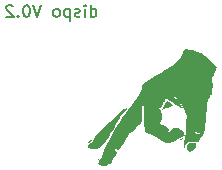
<source format=gbr>
%TF.GenerationSoftware,KiCad,Pcbnew,9.0.6*%
%TF.CreationDate,2026-01-25T18:40:06+01:00*%
%TF.ProjectId,dispo-board,64697370-6f2d-4626-9f61-72642e6b6963,rev?*%
%TF.SameCoordinates,Original*%
%TF.FileFunction,Legend,Bot*%
%TF.FilePolarity,Positive*%
%FSLAX46Y46*%
G04 Gerber Fmt 4.6, Leading zero omitted, Abs format (unit mm)*
G04 Created by KiCad (PCBNEW 9.0.6) date 2026-01-25 18:40:06*
%MOMM*%
%LPD*%
G01*
G04 APERTURE LIST*
%ADD10C,0.160000*%
%ADD11C,0.000000*%
G04 APERTURE END LIST*
D10*
X68228070Y-28869299D02*
X68228070Y-27869299D01*
X68228070Y-28821680D02*
X68323308Y-28869299D01*
X68323308Y-28869299D02*
X68513784Y-28869299D01*
X68513784Y-28869299D02*
X68609022Y-28821680D01*
X68609022Y-28821680D02*
X68656641Y-28774060D01*
X68656641Y-28774060D02*
X68704260Y-28678822D01*
X68704260Y-28678822D02*
X68704260Y-28393108D01*
X68704260Y-28393108D02*
X68656641Y-28297870D01*
X68656641Y-28297870D02*
X68609022Y-28250251D01*
X68609022Y-28250251D02*
X68513784Y-28202632D01*
X68513784Y-28202632D02*
X68323308Y-28202632D01*
X68323308Y-28202632D02*
X68228070Y-28250251D01*
X67751879Y-28869299D02*
X67751879Y-28202632D01*
X67751879Y-27869299D02*
X67799498Y-27916918D01*
X67799498Y-27916918D02*
X67751879Y-27964537D01*
X67751879Y-27964537D02*
X67704260Y-27916918D01*
X67704260Y-27916918D02*
X67751879Y-27869299D01*
X67751879Y-27869299D02*
X67751879Y-27964537D01*
X67323308Y-28821680D02*
X67228070Y-28869299D01*
X67228070Y-28869299D02*
X67037594Y-28869299D01*
X67037594Y-28869299D02*
X66942356Y-28821680D01*
X66942356Y-28821680D02*
X66894737Y-28726441D01*
X66894737Y-28726441D02*
X66894737Y-28678822D01*
X66894737Y-28678822D02*
X66942356Y-28583584D01*
X66942356Y-28583584D02*
X67037594Y-28535965D01*
X67037594Y-28535965D02*
X67180451Y-28535965D01*
X67180451Y-28535965D02*
X67275689Y-28488346D01*
X67275689Y-28488346D02*
X67323308Y-28393108D01*
X67323308Y-28393108D02*
X67323308Y-28345489D01*
X67323308Y-28345489D02*
X67275689Y-28250251D01*
X67275689Y-28250251D02*
X67180451Y-28202632D01*
X67180451Y-28202632D02*
X67037594Y-28202632D01*
X67037594Y-28202632D02*
X66942356Y-28250251D01*
X66466165Y-28202632D02*
X66466165Y-29202632D01*
X66466165Y-28250251D02*
X66370927Y-28202632D01*
X66370927Y-28202632D02*
X66180451Y-28202632D01*
X66180451Y-28202632D02*
X66085213Y-28250251D01*
X66085213Y-28250251D02*
X66037594Y-28297870D01*
X66037594Y-28297870D02*
X65989975Y-28393108D01*
X65989975Y-28393108D02*
X65989975Y-28678822D01*
X65989975Y-28678822D02*
X66037594Y-28774060D01*
X66037594Y-28774060D02*
X66085213Y-28821680D01*
X66085213Y-28821680D02*
X66180451Y-28869299D01*
X66180451Y-28869299D02*
X66370927Y-28869299D01*
X66370927Y-28869299D02*
X66466165Y-28821680D01*
X65418546Y-28869299D02*
X65513784Y-28821680D01*
X65513784Y-28821680D02*
X65561403Y-28774060D01*
X65561403Y-28774060D02*
X65609022Y-28678822D01*
X65609022Y-28678822D02*
X65609022Y-28393108D01*
X65609022Y-28393108D02*
X65561403Y-28297870D01*
X65561403Y-28297870D02*
X65513784Y-28250251D01*
X65513784Y-28250251D02*
X65418546Y-28202632D01*
X65418546Y-28202632D02*
X65275689Y-28202632D01*
X65275689Y-28202632D02*
X65180451Y-28250251D01*
X65180451Y-28250251D02*
X65132832Y-28297870D01*
X65132832Y-28297870D02*
X65085213Y-28393108D01*
X65085213Y-28393108D02*
X65085213Y-28678822D01*
X65085213Y-28678822D02*
X65132832Y-28774060D01*
X65132832Y-28774060D02*
X65180451Y-28821680D01*
X65180451Y-28821680D02*
X65275689Y-28869299D01*
X65275689Y-28869299D02*
X65418546Y-28869299D01*
X64037593Y-27869299D02*
X63704260Y-28869299D01*
X63704260Y-28869299D02*
X63370927Y-27869299D01*
X62847117Y-27869299D02*
X62751879Y-27869299D01*
X62751879Y-27869299D02*
X62656641Y-27916918D01*
X62656641Y-27916918D02*
X62609022Y-27964537D01*
X62609022Y-27964537D02*
X62561403Y-28059775D01*
X62561403Y-28059775D02*
X62513784Y-28250251D01*
X62513784Y-28250251D02*
X62513784Y-28488346D01*
X62513784Y-28488346D02*
X62561403Y-28678822D01*
X62561403Y-28678822D02*
X62609022Y-28774060D01*
X62609022Y-28774060D02*
X62656641Y-28821680D01*
X62656641Y-28821680D02*
X62751879Y-28869299D01*
X62751879Y-28869299D02*
X62847117Y-28869299D01*
X62847117Y-28869299D02*
X62942355Y-28821680D01*
X62942355Y-28821680D02*
X62989974Y-28774060D01*
X62989974Y-28774060D02*
X63037593Y-28678822D01*
X63037593Y-28678822D02*
X63085212Y-28488346D01*
X63085212Y-28488346D02*
X63085212Y-28250251D01*
X63085212Y-28250251D02*
X63037593Y-28059775D01*
X63037593Y-28059775D02*
X62989974Y-27964537D01*
X62989974Y-27964537D02*
X62942355Y-27916918D01*
X62942355Y-27916918D02*
X62847117Y-27869299D01*
X62085212Y-28774060D02*
X62037593Y-28821680D01*
X62037593Y-28821680D02*
X62085212Y-28869299D01*
X62085212Y-28869299D02*
X62132831Y-28821680D01*
X62132831Y-28821680D02*
X62085212Y-28774060D01*
X62085212Y-28774060D02*
X62085212Y-28869299D01*
X61656641Y-27964537D02*
X61609022Y-27916918D01*
X61609022Y-27916918D02*
X61513784Y-27869299D01*
X61513784Y-27869299D02*
X61275689Y-27869299D01*
X61275689Y-27869299D02*
X61180451Y-27916918D01*
X61180451Y-27916918D02*
X61132832Y-27964537D01*
X61132832Y-27964537D02*
X61085213Y-28059775D01*
X61085213Y-28059775D02*
X61085213Y-28155013D01*
X61085213Y-28155013D02*
X61132832Y-28297870D01*
X61132832Y-28297870D02*
X61704260Y-28869299D01*
X61704260Y-28869299D02*
X61085213Y-28869299D01*
D11*
%TO.C,G\u002A\u002A\u002A*%
G36*
X76047411Y-39143596D02*
G01*
X76002778Y-39197222D01*
X75953138Y-39233084D01*
X75883961Y-39261913D01*
X75824965Y-39270847D01*
X75800000Y-39253292D01*
X75822562Y-39229854D01*
X75882865Y-39190640D01*
X75957648Y-39149463D01*
X76023492Y-39119152D01*
X76056979Y-39112534D01*
X76047411Y-39143596D01*
G37*
G36*
X69057965Y-40647836D02*
G01*
X69053485Y-40695178D01*
X69022993Y-40771947D01*
X68976822Y-40855950D01*
X68925303Y-40925000D01*
X68886015Y-40962315D01*
X68836095Y-40995296D01*
X68810632Y-40995224D01*
X68823344Y-40957701D01*
X68841559Y-40929078D01*
X68915429Y-40818162D01*
X68982081Y-40725285D01*
X69032035Y-40663209D01*
X69055811Y-40644699D01*
X69057965Y-40647836D01*
G37*
G36*
X68363186Y-39228895D02*
G01*
X68344643Y-39285574D01*
X68295479Y-39358172D01*
X68229389Y-39428301D01*
X68160064Y-39477572D01*
X68157572Y-39478796D01*
X68062409Y-39518179D01*
X67993326Y-39533380D01*
X67966667Y-39520749D01*
X67974355Y-39508858D01*
X68020450Y-39464757D01*
X68094612Y-39402015D01*
X68181107Y-39333041D01*
X68264199Y-39270240D01*
X68328154Y-39226020D01*
X68357235Y-39212789D01*
X68363186Y-39228895D01*
G37*
G36*
X76973822Y-39555255D02*
G01*
X77087955Y-39572310D01*
X77161887Y-39597045D01*
X77169986Y-39605545D01*
X77177343Y-39665081D01*
X77159414Y-39759040D01*
X77121987Y-39869313D01*
X77070856Y-39977789D01*
X77011810Y-40066359D01*
X77004152Y-40075182D01*
X76909361Y-40162396D01*
X76804299Y-40233133D01*
X76730684Y-40268586D01*
X76631016Y-40293756D01*
X76549406Y-40271265D01*
X76465825Y-40199097D01*
X76378378Y-40070220D01*
X76349072Y-39931708D01*
X76382027Y-39797100D01*
X76475389Y-39673633D01*
X76627305Y-39568543D01*
X76639509Y-39563473D01*
X76724669Y-39549508D01*
X76844416Y-39547212D01*
X76973822Y-39555255D01*
G37*
G36*
X74925882Y-36123682D02*
G01*
X75015065Y-36181989D01*
X75125771Y-36258759D01*
X75189928Y-36312057D01*
X75214573Y-36348139D01*
X75206743Y-36373257D01*
X75203156Y-36376036D01*
X75151761Y-36402346D01*
X75053162Y-36445992D01*
X74919843Y-36501599D01*
X74764289Y-36563789D01*
X74626585Y-36617521D01*
X74475424Y-36674945D01*
X74373662Y-36710065D01*
X74313953Y-36724423D01*
X74288953Y-36719560D01*
X74291318Y-36697016D01*
X74313703Y-36658333D01*
X74339868Y-36610780D01*
X74386121Y-36510016D01*
X74432781Y-36393677D01*
X74439357Y-36376561D01*
X74520253Y-36220305D01*
X74619191Y-36102255D01*
X74735096Y-36000489D01*
X74925882Y-36123682D01*
G37*
G36*
X71327959Y-36596718D02*
G01*
X71287577Y-36648525D01*
X71216273Y-36730329D01*
X71124365Y-36830077D01*
X71055593Y-36907860D01*
X70951733Y-37041864D01*
X70835525Y-37210440D01*
X70703747Y-37418732D01*
X70553178Y-37671882D01*
X70380596Y-37975035D01*
X70182779Y-38333333D01*
X69994526Y-38666355D01*
X69762549Y-39039979D01*
X69540693Y-39353057D01*
X69326731Y-39608189D01*
X69118432Y-39807977D01*
X68913568Y-39955021D01*
X68709911Y-40051922D01*
X68576023Y-40086946D01*
X68398293Y-40097247D01*
X68236516Y-40068169D01*
X68105207Y-40002813D01*
X68018881Y-39904281D01*
X67986068Y-39833091D01*
X67972271Y-39749656D01*
X68011176Y-39689562D01*
X68108334Y-39636166D01*
X68228582Y-39572040D01*
X68324766Y-39487763D01*
X68408818Y-39368807D01*
X68494160Y-39200000D01*
X68519775Y-39147294D01*
X68565995Y-39067708D01*
X68627110Y-38981081D01*
X68709672Y-38879496D01*
X68820235Y-38755039D01*
X68965350Y-38599793D01*
X69151570Y-38405845D01*
X69236535Y-38318662D01*
X69462947Y-38093115D01*
X69661952Y-37905324D01*
X69828580Y-37759877D01*
X69957863Y-37661361D01*
X69998828Y-37633200D01*
X70117785Y-37545819D01*
X70216776Y-37465316D01*
X70277671Y-37406160D01*
X70334802Y-37337755D01*
X70588869Y-37064713D01*
X70835256Y-36851144D01*
X71070767Y-36699894D01*
X71128378Y-36670474D01*
X71233490Y-36620139D01*
X71306185Y-36590056D01*
X71333334Y-36585925D01*
X71327959Y-36596718D01*
G37*
G36*
X77737227Y-38888323D02*
G01*
X77651650Y-38995872D01*
X77589810Y-39067645D01*
X77501132Y-39186569D01*
X77436904Y-39291666D01*
X77365312Y-39433333D01*
X76935214Y-39433333D01*
X76765917Y-39433890D01*
X76639096Y-39437057D01*
X76552832Y-39444998D01*
X76493706Y-39459877D01*
X76448298Y-39483856D01*
X76403188Y-39519100D01*
X76392347Y-39528629D01*
X76301409Y-39652154D01*
X76252399Y-39805358D01*
X76254098Y-39962153D01*
X76263951Y-40034304D01*
X76253392Y-40061650D01*
X76220642Y-40028262D01*
X76167345Y-39934661D01*
X76129681Y-39833865D01*
X76102326Y-39657811D01*
X76108466Y-39474390D01*
X76148996Y-39313928D01*
X76184063Y-39219656D01*
X76236352Y-39017650D01*
X76272408Y-38774761D01*
X76283526Y-38619233D01*
X77029229Y-38619233D01*
X77062446Y-38659385D01*
X77122184Y-38708857D01*
X77199195Y-38756853D01*
X77200877Y-38757738D01*
X77294920Y-38795653D01*
X77400520Y-38822074D01*
X77498979Y-38834596D01*
X77571597Y-38830817D01*
X77599678Y-38808333D01*
X77598423Y-38805413D01*
X77558241Y-38780760D01*
X77472928Y-38744566D01*
X77358011Y-38703563D01*
X77340451Y-38697754D01*
X77219669Y-38657526D01*
X77123159Y-38624941D01*
X77070452Y-38606584D01*
X77031781Y-38599195D01*
X77029229Y-38619233D01*
X76283526Y-38619233D01*
X76293277Y-38482829D01*
X76300000Y-38133692D01*
X76300579Y-37952361D01*
X76303230Y-37788512D01*
X76308735Y-37674863D01*
X76317857Y-37602442D01*
X76331357Y-37562274D01*
X76350000Y-37545387D01*
X76367068Y-37535961D01*
X76392576Y-37492257D01*
X76395076Y-37412204D01*
X76374163Y-37287216D01*
X76329432Y-37108705D01*
X76251249Y-36860561D01*
X76080283Y-36476376D01*
X75856479Y-36128716D01*
X75575585Y-35810257D01*
X75525341Y-35762125D01*
X75397446Y-35650378D01*
X75274181Y-35555977D01*
X75166346Y-35486196D01*
X75084740Y-35448310D01*
X75040161Y-35449593D01*
X75039763Y-35450027D01*
X75048243Y-35483320D01*
X75099490Y-35528643D01*
X75285841Y-35669634D01*
X75478912Y-35846132D01*
X75656579Y-36036277D01*
X75796778Y-36218245D01*
X75818383Y-36250805D01*
X75907793Y-36394822D01*
X75955563Y-36492882D01*
X75963204Y-36548868D01*
X75932226Y-36566666D01*
X75914778Y-36564576D01*
X75825750Y-36530340D01*
X75686300Y-36454528D01*
X75497293Y-36337666D01*
X75259591Y-36180281D01*
X74974057Y-35982898D01*
X74904665Y-35934276D01*
X74735932Y-35817182D01*
X74588349Y-35716355D01*
X74470218Y-35637374D01*
X74389845Y-35585820D01*
X74355533Y-35567271D01*
X74352573Y-35576274D01*
X74377223Y-35623044D01*
X74430533Y-35696463D01*
X74485966Y-35775283D01*
X74526740Y-35883293D01*
X74509109Y-35981513D01*
X74433164Y-36083508D01*
X74398014Y-36125563D01*
X74327124Y-36238377D01*
X74271950Y-36360198D01*
X74252645Y-36414449D01*
X74215869Y-36506604D01*
X74185472Y-36550340D01*
X74151214Y-36556233D01*
X74102855Y-36534861D01*
X74079702Y-36523005D01*
X74049332Y-36513916D01*
X74039930Y-36530797D01*
X74052996Y-36582400D01*
X74090028Y-36677473D01*
X74152526Y-36824766D01*
X74172452Y-36872233D01*
X74258128Y-37121923D01*
X74293676Y-37336583D01*
X74278643Y-37524330D01*
X74212575Y-37693279D01*
X74095016Y-37851546D01*
X73965518Y-37992035D01*
X74141182Y-37987684D01*
X74170217Y-37987213D01*
X74258760Y-37992300D01*
X74337623Y-38013870D01*
X74427908Y-38059633D01*
X74550715Y-38137297D01*
X74672396Y-38218511D01*
X74773054Y-38292644D01*
X74830702Y-38351675D01*
X74852609Y-38406827D01*
X74846047Y-38469326D01*
X74818287Y-38550398D01*
X74787988Y-38638720D01*
X74772639Y-38716380D01*
X74786060Y-38737508D01*
X74824878Y-38699613D01*
X74885720Y-38600204D01*
X74915827Y-38547243D01*
X75005997Y-38426721D01*
X75112151Y-38350014D01*
X75250479Y-38308066D01*
X75437169Y-38291826D01*
X75493111Y-38290394D01*
X75607301Y-38292419D01*
X75693591Y-38308851D01*
X75779789Y-38347188D01*
X75893702Y-38414928D01*
X75955693Y-38454189D01*
X76064350Y-38532758D01*
X76128462Y-38602874D01*
X76158933Y-38678932D01*
X76166667Y-38775331D01*
X76164995Y-38812556D01*
X76150963Y-38870217D01*
X76116150Y-38924862D01*
X76052798Y-38983084D01*
X75953153Y-39051475D01*
X75809457Y-39136627D01*
X75613955Y-39245135D01*
X75381548Y-39367168D01*
X75158954Y-39467070D01*
X74965867Y-39526815D01*
X74789548Y-39546163D01*
X74617254Y-39524876D01*
X74436243Y-39462714D01*
X74233774Y-39359439D01*
X73997106Y-39214811D01*
X73922353Y-39168689D01*
X73767470Y-39079055D01*
X73593423Y-38983608D01*
X73425614Y-38896498D01*
X73288638Y-38828111D01*
X73143973Y-38753176D01*
X73029068Y-38684244D01*
X72940323Y-38613246D01*
X72874138Y-38532115D01*
X72826911Y-38432780D01*
X72795042Y-38307174D01*
X72774929Y-38147228D01*
X72762973Y-37944874D01*
X72755571Y-37692043D01*
X72749124Y-37380666D01*
X72742895Y-37129773D01*
X72734950Y-36885665D01*
X72725881Y-36663538D01*
X72716199Y-36474561D01*
X72706416Y-36329905D01*
X72697040Y-36240739D01*
X72671492Y-36106342D01*
X72637478Y-35981872D01*
X72602054Y-35897636D01*
X72569650Y-35866640D01*
X72568949Y-35867239D01*
X72564330Y-35907471D01*
X72560829Y-36004775D01*
X72558536Y-36150698D01*
X72557540Y-36336791D01*
X72557931Y-36554601D01*
X72559798Y-36795676D01*
X72569595Y-37724738D01*
X72477499Y-37837369D01*
X72470161Y-37846238D01*
X72406148Y-37920458D01*
X72310628Y-38028182D01*
X72195255Y-38156357D01*
X72071682Y-38291927D01*
X72050313Y-38315171D01*
X71921413Y-38452105D01*
X71823087Y-38548052D01*
X71744624Y-38611877D01*
X71675311Y-38652444D01*
X71604437Y-38678620D01*
X71577405Y-38686723D01*
X71492914Y-38720754D01*
X71448348Y-38766357D01*
X71422763Y-38842415D01*
X71416637Y-38860870D01*
X71378333Y-38941027D01*
X71312914Y-39059756D01*
X71227113Y-39206366D01*
X71127661Y-39370164D01*
X71021291Y-39540460D01*
X70914736Y-39706561D01*
X70814728Y-39857777D01*
X70727999Y-39983414D01*
X70661282Y-40072783D01*
X70621308Y-40115192D01*
X70561592Y-40129338D01*
X70448983Y-40104170D01*
X70365761Y-40079017D01*
X70316361Y-40081621D01*
X70321627Y-40122110D01*
X70380228Y-40202387D01*
X70404299Y-40231691D01*
X70435824Y-40279907D01*
X70447623Y-40329307D01*
X70436921Y-40391172D01*
X70400948Y-40476781D01*
X70336929Y-40597415D01*
X70242092Y-40764355D01*
X70161023Y-40903630D01*
X70075861Y-41039765D01*
X70000843Y-41141031D01*
X69924287Y-41221009D01*
X69834511Y-41293276D01*
X69719833Y-41371411D01*
X69623170Y-41431605D01*
X69529924Y-41475661D01*
X69438006Y-41495429D01*
X69319094Y-41500000D01*
X69247805Y-41498936D01*
X69148052Y-41487630D01*
X69071797Y-41456767D01*
X68990929Y-41397573D01*
X68903986Y-41310021D01*
X68873063Y-41227453D01*
X68897853Y-41135616D01*
X68977857Y-41020099D01*
X69027065Y-40958708D01*
X69114546Y-40839212D01*
X69172795Y-40734397D01*
X69213500Y-40620691D01*
X69248348Y-40474521D01*
X69265460Y-40405483D01*
X69290733Y-40328197D01*
X69327156Y-40236866D01*
X69377819Y-40125204D01*
X69445815Y-39986925D01*
X69534236Y-39815745D01*
X69646173Y-39605376D01*
X69784717Y-39349535D01*
X69952960Y-39041934D01*
X70137726Y-38706027D01*
X70302833Y-38408450D01*
X70445367Y-38155591D01*
X70569845Y-37940291D01*
X70680788Y-37755388D01*
X70782714Y-37593723D01*
X70880142Y-37448134D01*
X70977592Y-37311461D01*
X71079583Y-37176544D01*
X71190633Y-37036221D01*
X71315261Y-36883333D01*
X71380219Y-36803533D01*
X71515129Y-36632987D01*
X71642590Y-36466049D01*
X71750702Y-36318456D01*
X71827563Y-36205944D01*
X71901881Y-36090036D01*
X72004699Y-35930554D01*
X72117345Y-35756493D01*
X72225978Y-35589277D01*
X72290797Y-35486851D01*
X72395338Y-35306871D01*
X72473788Y-35150957D01*
X72518658Y-35033333D01*
X72537978Y-34962393D01*
X72572846Y-34833779D01*
X72600209Y-34732150D01*
X72608640Y-34706434D01*
X72663138Y-34601817D01*
X72737778Y-34505827D01*
X72782943Y-34469377D01*
X72881245Y-34400858D01*
X73023119Y-34307367D01*
X73201262Y-34193565D01*
X73408368Y-34064113D01*
X73637132Y-33923672D01*
X73880249Y-33776902D01*
X74178481Y-33598016D01*
X74480201Y-33415664D01*
X74734491Y-33259588D01*
X74946806Y-33125784D01*
X75122604Y-33010251D01*
X75267341Y-32908987D01*
X75386473Y-32817989D01*
X75485458Y-32733255D01*
X75569752Y-32650784D01*
X75644812Y-32566573D01*
X75716094Y-32476619D01*
X75789055Y-32376922D01*
X75879352Y-32236904D01*
X75963958Y-32081399D01*
X76034236Y-31928661D01*
X76082234Y-31795984D01*
X76100000Y-31700662D01*
X76100847Y-31683686D01*
X76113607Y-31656447D01*
X76152420Y-31641291D01*
X76230819Y-31634744D01*
X76362332Y-31633333D01*
X76621579Y-31654442D01*
X76929832Y-31721614D01*
X77253134Y-31830031D01*
X77576879Y-31974733D01*
X77886460Y-32150762D01*
X77939291Y-32185788D01*
X78131130Y-32329227D01*
X78336759Y-32503415D01*
X78536312Y-32690900D01*
X78709925Y-32874227D01*
X78898372Y-33088872D01*
X78744407Y-33527884D01*
X78706464Y-33635171D01*
X78653982Y-33777290D01*
X78615340Y-33869046D01*
X78586261Y-33918736D01*
X78562467Y-33934660D01*
X78539682Y-33925115D01*
X78534764Y-33921132D01*
X78506810Y-33906866D01*
X78500221Y-33934912D01*
X78511488Y-34016666D01*
X78540998Y-34238767D01*
X78556793Y-34683916D01*
X78518528Y-35132859D01*
X78496471Y-35276277D01*
X78474919Y-35404264D01*
X78457731Y-35493530D01*
X78447353Y-35530425D01*
X78426905Y-35524849D01*
X78385984Y-35481320D01*
X78381916Y-35475787D01*
X78352004Y-35443355D01*
X78335012Y-35459808D01*
X78320131Y-35533754D01*
X78304241Y-35643290D01*
X78292136Y-35750000D01*
X78275408Y-35819065D01*
X78236389Y-35839907D01*
X78189059Y-35847370D01*
X78148566Y-35908926D01*
X78133844Y-36023032D01*
X78133814Y-36026387D01*
X78124902Y-36104552D01*
X78105144Y-36146821D01*
X78101040Y-36153850D01*
X78089278Y-36213454D01*
X78077289Y-36322678D01*
X78066271Y-36469139D01*
X78057421Y-36640454D01*
X78056769Y-36655662D01*
X78046427Y-36831705D01*
X78029941Y-37045091D01*
X78008579Y-37284287D01*
X77983613Y-37537760D01*
X77956312Y-37793976D01*
X77927947Y-38041402D01*
X77899788Y-38268504D01*
X77873103Y-38463750D01*
X77849165Y-38615606D01*
X77829242Y-38712538D01*
X77803866Y-38776613D01*
X77784944Y-38808333D01*
X77737227Y-38888323D01*
G37*
%TD*%
M02*

</source>
